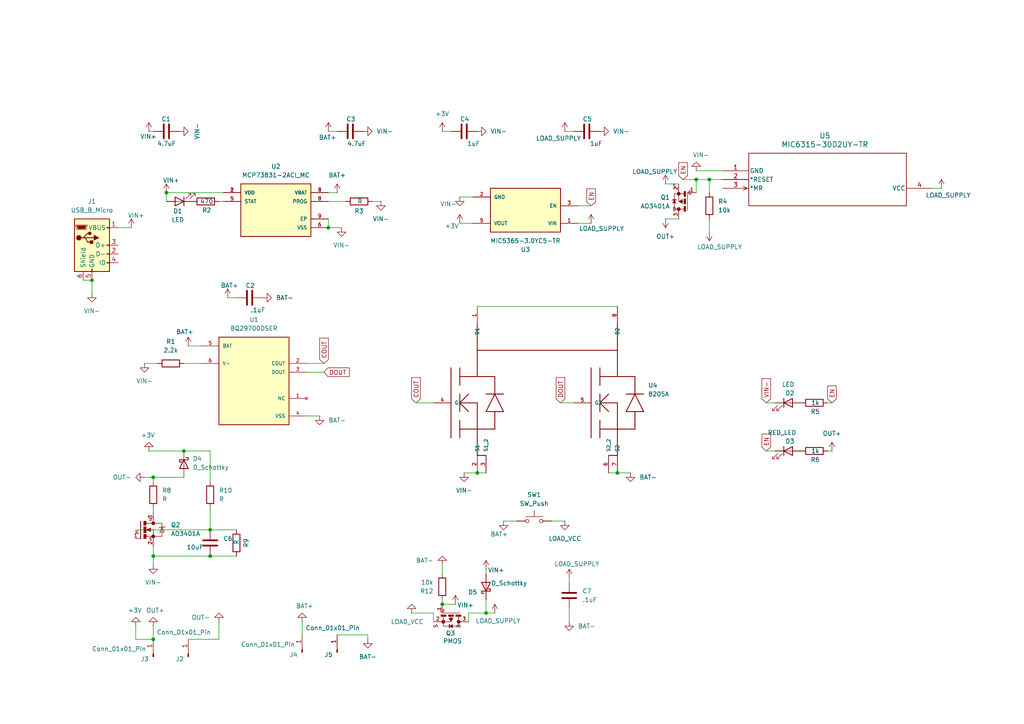
<source format=kicad_sch>
(kicad_sch (version 20231120) (generator "eeschema") (generator_version "8.0")
  (paper "A4")
  (lib_symbols
    (symbol "2025-02-24_21-09-34:MIC6315-30D2UY-TR" (pin_names (offset 0.254))
      (property "Reference" "U" (at 30.48 10.16 0))
      (property "Value" "MIC6315-30D2UY-TR" (at 30.48 7.62 0))
      (symbol "MIC6315-30D2UY-TR_0_1"
        (pin power_in line (at 0 0 0) (length 7.62) (name "GND") (number "1"))
        (pin unspecified line (at 0 -2.54 0) (length 7.62) (name "*RESET") (number "2"))
        (pin input line (at 0 -5.08 0) (length 7.62) (name "*MR") (number "3"))
        (pin power_in line (at 60.96 -5.08 180) (length 7.62) (name "VCC") (number "4"))
      )
    )
    (symbol "8205A:8205A" (pin_names (offset 1.016))
      (property "Reference" "U" (at 0 0 0))
      (property "Value" "8205A" (at 0 0 0))
      (symbol "8205A_0_0"
        (pin bidirectional line (at -17.78 30.48 270) (length 5.08) (name "D1") (number "1"))
        (pin bidirectional line (at -17.78 -17.78 90) (length 5.08) (name "S1") (number "2"))
        (pin bidirectional line (at -15.24 -17.78 90) (length 5.08) (name "S1_2") (number "3"))
        (pin bidirectional line (at -30.48 2.54 0) (length 5.08) (name "G1") (number "4"))
        (pin bidirectional line (at 10.16 2.54 0) (length 5.08) (name "G2") (number "5"))
        (pin bidirectional line (at 20.32 -17.78 90) (length 5.08) (name "S2_2") (number "6"))
        (pin bidirectional line (at 22.86 -17.78 90) (length 5.08) (name "S2") (number "7"))
        (pin bidirectional line (at 22.86 30.48 270) (length 5.08) (name "D2") (number "8"))
      )
    )
    (symbol "AO3401A:AO3401A" (pin_names (offset 1.016))
      (property "Reference" "Q" (at 2.54 0 0))
      (property "Value" "AO3401A" (at 2.54 -2.54 0))
      (symbol "AO3401A_0_0"
        (text "D" (at 0.635 2.8575 0) (effects (font (size 1.016 1.016)) (justify left bottom)))
        (text "G" (at -3.81 -1.905 0) (effects (font (size 1.016 1.016)) (justify left bottom)))
        (text "S" (at 0.635 -3.81 0) (effects (font (size 1.016 1.016)) (justify left bottom)))
        (pin passive line (at -5.08 -2.54 0) (length 2.54) (name "~") (number "1"))
        (pin passive line (at 0 -5.08 90) (length 2.54) (name "~") (number "2"))
        (pin passive line (at 0 5.08 270) (length 2.54) (name "~") (number "3"))
      )
    )
    (symbol "BQ29700DSER:BQ29700DSER" (pin_names (offset 1.016))
      (property "Reference" "U" (at -10.16 13.208 0))
      (property "Value" "BQ29700DSER" (at -10.16 -15.24 0))
      (symbol "BQ29700DSER_0_0"
        (pin no_connect line (at 15.24 -5.08 180) (length 5.08) (name "NC") (number "1"))
        (pin output line (at 15.24 5.08 180) (length 5.08) (name "COUT") (number "2"))
        (pin output line (at 15.24 2.54 180) (length 5.08) (name "DOUT") (number "3"))
        (pin power_in line (at 15.24 -10.16 180) (length 5.08) (name "VSS") (number "4"))
        (pin power_in line (at -15.24 10.16 0) (length 5.08) (name "BAT") (number "5"))
        (pin bidirectional line (at -15.24 5.08 0) (length 5.08) (name "V-") (number "6"))
      )
    )
    (symbol "Connector:Conn_01x01_Pin" (pin_names (offset 1.016) hide)
      (property "Reference" "J" (at 0 2.54 0))
      (property "Value" "Conn_01x01_Pin" (at 0 -2.54 0))
      (symbol "Conn_01x01_Pin_1_1"
        (pin passive line (at 5.08 0 180) (length 3.81) (name "Pin_1") (number "1"))
      )
    )
    (symbol "Connector:USB_B_Micro" (pin_names (offset 1.016))
      (property "Reference" "J" (at -5.08 11.43 0))
      (property "Value" "USB_B_Micro" (at -5.08 8.89 0))
      (symbol "USB_B_Micro_1_1"
        (pin power_out line (at 7.62 5.08 180) (length 2.54) (name "VBUS") (number "1"))
        (pin bidirectional line (at 7.62 -2.54 180) (length 2.54) (name "D-") (number "2"))
        (pin bidirectional line (at 7.62 0 180) (length 2.54) (name "D+") (number "3"))
        (pin passive line (at 7.62 -5.08 180) (length 2.54) (name "ID") (number "4"))
        (pin power_out line (at 0 -10.16 90) (length 2.54) (name "GND") (number "5"))
        (pin passive line (at -2.54 -10.16 90) (length 2.54) (name "Shield") (number "6"))
      )
    )
    (symbol "Device:C" (pin_numbers hide) (pin_names (offset 0.254))
      (property "Reference" "C" (at 0.635 2.54 0))
      (property "Value" "C" (at 0.635 -2.54 0))
      (symbol "C_1_1"
        (pin passive line (at 0 3.81 270) (length 2.794) (name "~") (number "1"))
        (pin passive line (at 0 -3.81 90) (length 2.794) (name "~") (number "2"))
      )
    )
    (symbol "Device:D_Schottky" (pin_numbers hide) (pin_names (offset 1.016) hide)
      (property "Reference" "D" (at 0 2.54 0))
      (property "Value" "D_Schottky" (at 0 -2.54 0))
      (symbol "D_Schottky_1_1"
        (pin passive line (at -3.81 0 0) (length 2.54) (name "K") (number "1"))
        (pin passive line (at 3.81 0 180) (length 2.54) (name "A") (number "2"))
      )
    )
    (symbol "Device:LED" (pin_numbers hide) (pin_names (offset 1.016) hide)
      (property "Reference" "D" (at 0 2.54 0))
      (property "Value" "LED" (at 0 -2.54 0))
      (symbol "LED_1_1"
        (pin passive line (at -3.81 0 0) (length 2.54) (name "K") (number "1"))
        (pin passive line (at 3.81 0 180) (length 2.54) (name "A") (number "2"))
      )
    )
    (symbol "Device:R" (pin_numbers hide) (pin_names (offset 0))
      (property "Reference" "R" (at 2.032 0 90))
      (property "Value" "R" (at 0 0 90))
      (symbol "R_1_1"
        (pin passive line (at 0 3.81 270) (length 1.27) (name "~") (number "1"))
        (pin passive line (at 0 -3.81 90) (length 1.27) (name "~") (number "2"))
      )
    )
    (symbol "IRLML6344:IRLML6344" (pin_names (offset 1.016))
      (property "Reference" "Q" (at 7.62 2.54 0))
      (property "Value" "IRLML6344" (at 7.62 0 0))
      (symbol "IRLML6344_0_0"
        (text "D" (at 1.27 2.54 0) (effects (font (size 0.8128 0.8128)) (justify left bottom)))
        (text "G" (at -2.54 -1.27 0) (effects (font (size 0.8128 0.8128)) (justify left bottom)))
        (text "S" (at 1.27 -3.175 0) (effects (font (size 0.8128 0.8128)) (justify left bottom)))
        (pin passive line (at -2.54 -2.54 0) (length 0) (name "~") (number "1"))
        (pin passive line (at 2.54 -5.08 90) (length 2.54) (name "~") (number "2"))
        (pin passive line (at 2.54 5.08 270) (length 2.54) (name "~") (number "3"))
      )
    )
    (symbol "MCP73831-2ACI_MC:MCP73831-2ACI_MC" (pin_names (offset 1.016))
      (property "Reference" "U" (at -10.16 7.62 0))
      (property "Value" "MCP73831-2ACI_MC" (at -10.16 -10.16 0))
      (symbol "MCP73831-2ACI_MC_0_0"
        (pin power_in line (at -15.24 5.08 0) (length 5.08) (name "VDD") (number "1"))
        (pin power_in line (at -15.24 5.08 0) (length 5.08) (name "VDD") (number "2"))
        (pin output line (at 15.24 5.08 180) (length 5.08) (name "VBAT") (number "3"))
        (pin output line (at 15.24 5.08 180) (length 5.08) (name "VBAT") (number "4"))
        (pin output line (at -15.24 2.54 0) (length 5.08) (name "STAT") (number "5"))
        (pin power_in line (at 15.24 -5.08 180) (length 5.08) (name "VSS") (number "6"))
        (pin input line (at 15.24 2.54 180) (length 5.08) (name "PROG") (number "8"))
        (pin power_in line (at 15.24 -2.54 180) (length 5.08) (name "EP") (number "9"))
      )
    )
    (symbol "MIC5365-3.0YC5-TR:MIC5365-3.0YC5-TR" (pin_names (offset 1.016))
      (property "Reference" "U" (at -10.16 6.35 0))
      (property "Value" "MIC5365-3.0YC5-TR" (at -10.16 -8.89 0))
      (symbol "MIC5365-3.0YC5-TR_0_0"
        (pin input line (at -15.24 2.54 0) (length 5.08) (name "VIN") (number "1"))
        (pin power_in line (at 15.24 -5.08 180) (length 5.08) (name "GND") (number "2"))
        (pin input line (at -15.24 -2.54 0) (length 5.08) (name "EN") (number "3"))
        (pin output line (at 15.24 2.54 180) (length 5.08) (name "VOUT") (number "5"))
      )
    )
    (symbol "Switch:SW_Push" (pin_numbers hide) (pin_names (offset 1.016) hide)
      (property "Reference" "SW" (at 1.27 2.54 0))
      (property "Value" "SW_Push" (at 0 -1.524 0))
      (symbol "SW_Push_0_1"
        (pin passive line (at -5.08 0 0) (length 2.54) (name "1") (number "1"))
        (pin passive line (at 5.08 0 180) (length 2.54) (name "2") (number "2"))
      )
    )
    (symbol "power:+3.3V" (power) (pin_numbers hide) (pin_names (offset 0) hide)
      (property "Value" "+3.3V" (at 0 3.556 0))
      (symbol "+3.3V_1_1"
        (pin power_in line (at 0 0 90) (length 0) (name "~") (number "1"))
      )
    )
    (symbol "power:GND" (power) (pin_numbers hide) (pin_names (offset 0) hide)
      (property "Value" "GND" (at 0 -3.81 0))
      (symbol "GND_1_1"
        (pin power_in line (at 0 0 270) (length 0) (name "~") (number "1"))
      )
    )
  )
  (junction (at 60.96 153.67))
  (junction (at 26.67 81.28))
  (junction (at 44.45 185.42))
  (junction (at 48.26 55.88))
  (junction (at 44.45 161.29))
  (junction (at 140.97 177.8))
  (junction (at 44.45 138.43))
  (junction (at 128.27 175.26))
  (junction (at 60.96 161.29))
  (junction (at 53.34 130.81))
  (junction (at 95.25 66.04))
  (junction (at 201.93 52.07))
  (junction (at 138.43 137.16))
  (junction (at 205.74 52.07))
  (junction (at 179.07 137.16))
  (wire (pts (xy 44.45 138.43) (xy 53.34 138.43)))
  (wire (pts (xy 135.89 177.8) (xy 135.89 180.34)))
  (wire (pts (xy 205.74 63.5) (xy 205.74 67.31)))
  (wire (pts (xy 165.1 167.64) (xy 165.1 168.91)))
  (wire (pts (xy 63.5 185.42) (xy 63.5 180.34)))
  (wire (pts (xy 134.62 137.16) (xy 138.43 137.16)))
  (wire (pts (xy 128.27 38.1) (xy 130.81 38.1)))
  (wire (pts (xy 201.93 55.88) (xy 201.93 52.07)))
  (wire (pts (xy 205.74 52.07) (xy 205.74 55.88)))
  (wire (pts (xy 222.25 130.81) (xy 224.79 130.81)))
  (wire (pts (xy 140.97 165.1) (xy 140.97 166.37)))
  (wire (pts (xy 146.05 151.13) (xy 149.86 151.13)))
  (wire (pts (xy 48.26 55.88) (xy 64.77 55.88)))
  (wire (pts (xy 240.03 116.84) (xy 241.3 116.84)))
  (wire (pts (xy 107.95 58.42) (xy 110.49 58.42)))
  (wire (pts (xy 39.37 153.67) (xy 39.37 156.21)))
  (wire (pts (xy 93.98 105.41) (xy 88.9 105.41)))
  (wire (pts (xy 222.25 116.84) (xy 224.79 116.84)))
  (wire (pts (xy 201.93 52.07) (xy 205.74 52.07)))
  (wire (pts (xy 48.26 55.88) (xy 48.26 58.42)))
  (wire (pts (xy 160.02 151.13) (xy 163.83 151.13)))
  (wire (pts (xy 128.27 166.37) (xy 128.27 163.83)))
  (wire (pts (xy 60.96 153.67) (xy 68.58 153.67)))
  (wire (pts (xy 201.93 49.53) (xy 209.55 49.53)))
  (wire (pts (xy 95.25 63.5) (xy 95.25 66.04)))
  (wire (pts (xy 240.03 130.81) (xy 241.3 130.81)))
  (wire (pts (xy 43.18 130.81) (xy 53.34 130.81)))
  (wire (pts (xy 63.5 58.42) (xy 64.77 58.42)))
  (wire (pts (xy 88.9 120.65) (xy 92.71 120.65)))
  (wire (pts (xy 44.45 147.32) (xy 44.45 148.59)))
  (wire (pts (xy 63.5 185.42) (xy 54.61 185.42)))
  (wire (pts (xy 95.25 58.42) (xy 100.33 58.42)))
  (wire (pts (xy 209.55 52.07) (xy 205.74 52.07)))
  (wire (pts (xy 60.96 130.81) (xy 60.96 139.7)))
  (wire (pts (xy 137.16 57.15) (xy 133.35 57.15)))
  (wire (pts (xy 270.51 54.61) (xy 273.05 54.61)))
  (wire (pts (xy 53.34 130.81) (xy 60.96 130.81)))
  (wire (pts (xy 41.91 138.43) (xy 44.45 138.43)))
  (wire (pts (xy 41.91 105.41) (xy 45.72 105.41)))
  (wire (pts (xy 106.68 184.15) (xy 97.79 184.15)))
  (wire (pts (xy 44.45 185.42) (xy 39.37 185.42)))
  (wire (pts (xy 44.45 185.42) (xy 44.45 181.61)))
  (wire (pts (xy 167.64 59.69) (xy 171.45 59.69)))
  (wire (pts (xy 138.43 137.16) (xy 140.97 137.16)))
  (wire (pts (xy 24.13 81.28) (xy 26.67 81.28)))
  (wire (pts (xy 193.04 63.5) (xy 196.85 63.5)))
  (wire (pts (xy 34.29 66.04) (xy 38.1 66.04)))
  (wire (pts (xy 44.45 158.75) (xy 44.45 161.29)))
  (wire (pts (xy 171.45 64.77) (xy 167.64 64.77)))
  (wire (pts (xy 106.68 184.15) (xy 106.68 185.42)))
  (wire (pts (xy 87.63 184.15) (xy 87.63 180.34)))
  (wire (pts (xy 43.18 38.1) (xy 44.45 38.1)))
  (wire (pts (xy 60.96 161.29) (xy 68.58 161.29)))
  (wire (pts (xy 66.04 86.36) (xy 68.58 86.36)))
  (wire (pts (xy 140.97 173.99) (xy 140.97 177.8)))
  (wire (pts (xy 39.37 185.42) (xy 39.37 181.61)))
  (wire (pts (xy 95.25 66.04) (xy 99.06 66.04)))
  (wire (pts (xy 162.56 116.84) (xy 166.37 116.84)))
  (wire (pts (xy 60.96 147.32) (xy 60.96 153.67)))
  (wire (pts (xy 135.89 177.8) (xy 140.97 177.8)))
  (wire (pts (xy 119.38 177.8) (xy 125.73 177.8)))
  (wire (pts (xy 163.83 38.1) (xy 166.37 38.1)))
  (wire (pts (xy 128.27 175.26) (xy 132.08 175.26)))
  (wire (pts (xy 125.73 177.8) (xy 125.73 180.34)))
  (wire (pts (xy 137.16 64.77) (xy 133.35 64.77)))
  (wire (pts (xy 128.27 175.26) (xy 128.27 173.99)))
  (wire (pts (xy 39.37 153.67) (xy 60.96 153.67)))
  (wire (pts (xy 165.1 176.53) (xy 165.1 180.34)))
  (wire (pts (xy 97.79 55.88) (xy 95.25 55.88)))
  (wire (pts (xy 44.45 161.29) (xy 44.45 163.83)))
  (wire (pts (xy 26.67 81.28) (xy 26.67 85.09)))
  (wire (pts (xy 44.45 161.29) (xy 60.96 161.29)))
  (wire (pts (xy 198.12 52.07) (xy 201.93 52.07)))
  (wire (pts (xy 193.04 53.34) (xy 196.85 53.34)))
  (wire (pts (xy 176.53 137.16) (xy 179.07 137.16)))
  (wire (pts (xy 53.34 105.41) (xy 58.42 105.41)))
  (wire (pts (xy 143.51 177.8) (xy 140.97 177.8)))
  (wire (pts (xy 54.61 100.33) (xy 58.42 100.33)))
  (wire (pts (xy 44.45 138.43) (xy 44.45 139.7)))
  (wire (pts (xy 179.07 137.16) (xy 182.88 137.16)))
  (wire (pts (xy 120.65 116.84) (xy 125.73 116.84)))
  (wire (pts (xy 95.25 38.1) (xy 97.79 38.1)))
  (wire (pts (xy 138.43 88.9) (xy 179.07 88.9)))
  (wire (pts (xy 93.98 107.95) (xy 88.9 107.95)))
  (global_label "DOUT" (shape input) (at 162.56 116.84 90) (property "Intersheetrefs" "${INTERSHEET_REFS}" (effects (hide yes))))
  (global_label "EN" (shape input) (at 241.3 116.84 90) (property "Intersheetrefs" "${INTERSHEET_REFS}" (effects (hide yes))))
  (global_label "COUT" (shape input) (at 120.65 116.84 90) (property "Intersheetrefs" "${INTERSHEET_REFS}" (effects (hide yes))))
  (global_label "EN" (shape input) (at 171.45 59.69 90) (property "Intersheetrefs" "${INTERSHEET_REFS}" (effects (hide yes))))
  (global_label "COUT" (shape input) (at 93.98 105.41 90) (property "Intersheetrefs" "${INTERSHEET_REFS}" (effects (hide yes))))
  (global_label "DOUT" (shape input) (at 93.98 107.95 0) (property "Intersheetrefs" "${INTERSHEET_REFS}" (effects (hide yes))))
  (global_label "EN" (shape input) (at 198.12 52.07 90) (property "Intersheetrefs" "${INTERSHEET_REFS}" (effects (hide yes))))
  (global_label "EN" (shape input) (at 222.25 130.81 90) (property "Intersheetrefs" "${INTERSHEET_REFS}" (effects (hide yes))))
  (global_label "VIN-" (shape input) (at 222.25 116.84 90) (property "Intersheetrefs" "${INTERSHEET_REFS}" (effects (hide yes))))
  (symbol (lib_id "MCP73831-2ACI_MC:MCP73831-2ACI_MC") (at 80.01 60.96 0) (unit 1)
    (property "Reference" "U2" (at 80.01 48.26 0))
    (property "Value" "MCP73831-2ACI_MC" (at 80.01 50.8 0))
    (property "Footprint" "MCP73831-2ACI_MC:SON50P200X300X100-9N" (effects (hide yes)))
    (property "MF" "Microchip" (effects (hide yes)))
    (property "Description_1" "\n                        \n                            Charge Controller Li-Ion/Li-Pol 15mA to 500mA 4.2V 8-Pin DFN EP | Microchip Technology Inc. MCP73831-2ACI/MC\n                        \n" (effects (hide yes)))
    (property "Package" "VFDFN-8 Microchip" (effects (hide yes)))
    (property "Price" "None" (effects (hide yes)))
    (property "Check_prices" "https://www.snapeda.com/parts/MCP73831-2ACI/MC/Microchip/view-part/?ref=eda" (effects (hide yes)))
    (property "STANDARD" "IPC 7351B" (effects (hide yes)))
    (property "PARTREV" "G" (effects (hide yes)))
    (property "SnapEDA_Link" "https://www.snapeda.com/parts/MCP73831-2ACI/MC/Microchip/view-part/?ref=snap" (effects (hide yes)))
    (property "MP" "MCP73831-2ACI/MC" (effects (hide yes)))
    (property "Availability" "In Stock" (effects (hide yes)))
    (property "MANUFACTURER" "MICROCHIP" (effects (hide yes)))
  )
  (symbol (lib_id "Device:C") (at 60.96 157.48 0) (unit 1)
    (property "Reference" "C6" (at 64.77 156.2099 0) (effects (justify left)))
    (property "Value" "10uF" (at 54.102 158.75 0) (effects (justify left)))
    (property "Footprint" "Capacitor_SMD:C_0603_1608Metric" (effects (hide yes)))
    (property "Description" "Unpolarized capacitor" (effects (hide yes)))
  )
  (symbol (lib_id "power:+3.3V") (at 193.04 53.34 0) (unit 1)
    (property "Reference" "#PWR034" (effects (hide yes)))
    (property "Value" "LOAD_SUPPLY" (at 183.388 49.784 0) (effects (justify left)))
    (property "Description" "Power symbol creates a global label with name \"+3.3V\"" (effects (hide yes)))
  )
  (symbol (lib_id "power:GND") (at 133.35 57.15 0) (unit 1)
    (property "Reference" "#PWR023" (effects (hide yes)))
    (property "Value" "VIN-" (at 130.048 59.182 0))
    (property "Description" "Power symbol creates a global label with name \"GND\" , ground" (effects (hide yes)))
  )
  (symbol (lib_id "power:GND") (at 134.62 137.16 0) (unit 1)
    (property "Reference" "#PWR025" (effects (hide yes)))
    (property "Value" "VIN-" (at 134.62 142.24 0))
    (property "Description" "Power symbol creates a global label with name \"GND\" , ground" (effects (hide yes)))
  )
  (symbol (lib_id "power:GND") (at 106.68 185.42 0) (unit 1)
    (property "Reference" "#PWR022" (effects (hide yes)))
    (property "Value" "BAT-" (at 106.68 190.5 0))
    (property "Description" "Power symbol creates a global label with name \"GND\" , ground" (effects (hide yes)))
  )
  (symbol (lib_id "Device:C") (at 170.18 38.1 270) (unit 1)
    (property "Reference" "C5" (at 171.704 34.544 90) (effects (justify right)))
    (property "Value" "1uF" (at 174.752 41.656 90) (effects (justify right)))
    (property "Footprint" "Capacitor_SMD:C_0402_1005Metric_Pad0.74x0.62mm_HandSolder" (effects (hide yes)))
    (property "Description" "Unpolarized capacitor" (effects (hide yes)))
  )
  (symbol (lib_id "Device:LED") (at 228.6 116.84 0) (unit 1)
    (property "Reference" "D2" (at 229.108 114.046 0))
    (property "Value" "LED" (at 228.6 111.506 0))
    (property "Footprint" "LED_SMD:LED_0402_1005Metric_Pad0.77x0.64mm_HandSolder" (effects (hide yes)))
    (property "Description" "Light emitting diode" (effects (hide yes)))
  )
  (symbol (lib_id "power:+3.3V") (at 133.35 64.77 0) (unit 1)
    (property "Reference" "#PWR024" (effects (hide yes)))
    (property "Value" "+3V" (at 131.064 65.532 0))
    (property "Description" "Power symbol creates a global label with name \"+3.3V\"" (effects (hide yes)))
  )
  (symbol (lib_id "AO3401A:AO3401A") (at 196.85 58.42 180) (unit 1)
    (property "Reference" "Q1" (at 194.31 57.2534 0) (effects (justify left)))
    (property "Value" "AO3401A" (at 194.31 59.7934 0) (effects (justify left)))
    (property "Footprint" "AO3401A:SOT23" (effects (hide yes)))
    (property "MF" "Alpha & Omega Semiconductor" (effects (hide yes)))
    (property "Description_1" "\n                        \n                            P-Channel 30 V 4A (Ta) 1.4W (Ta) Surface Mount SOT-23-3\n                        \n" (effects (hide yes)))
    (property "Package" "SOT-23 Alpha &amp; Omega Semiconductor" (effects (hide yes)))
    (property "Price" "None" (effects (hide yes)))
    (property "SnapEDA_Link" "https://www.snapeda.com/parts/AO3401A/Alpha/view-part/?ref=snap" (effects (hide yes)))
    (property "MP" "AO3401A" (effects (hide yes)))
    (property "Availability" "In Stock" (effects (hide yes)))
    (property "Check_prices" "https://www.snapeda.com/parts/AO3401A/Alpha/view-part/?ref=eda" (effects (hide yes)))
  )
  (symbol (lib_id "power:+3.3V") (at 128.27 38.1 0) (unit 1)
    (property "Reference" "#PWR021" (effects (hide yes)))
    (property "Value" "+3V" (at 128.27 33.02 0))
    (property "Description" "Power symbol creates a global label with name \"+3.3V\"" (effects (hide yes)))
  )
  (symbol (lib_id "power:+3.3V") (at 163.83 38.1 0) (unit 1)
    (property "Reference" "#PWR028" (effects (hide yes)))
    (property "Value" "LOAD_SUPPLY" (at 155.448 40.132 0) (effects (justify left)))
    (property "Description" "Power symbol creates a global label with name \"+3.3V\"" (effects (hide yes)))
  )
  (symbol (lib_id "Device:R") (at 128.27 170.18 180) (unit 1)
    (property "Reference" "R12" (at 125.73 171.4501 0) (effects (justify left)))
    (property "Value" "10k" (at 125.73 168.9101 0) (effects (justify left)))
    (property "Footprint" "Resistor_SMD:R_0402_1005Metric" (effects (hide yes)))
    (property "Description" "Resistor" (effects (hide yes)))
  )
  (symbol (lib_id "power:+3.3V") (at 66.04 86.36 0) (unit 1)
    (property "Reference" "#PWR08" (effects (hide yes)))
    (property "Value" "BAT+" (at 64.008 82.804 0) (effects (justify left)))
    (property "Description" "Power symbol creates a global label with name \"+3.3V\"" (effects (hide yes)))
  )
  (symbol (lib_id "power:+3.3V") (at 241.3 130.81 0) (unit 1)
    (property "Reference" "#PWR040" (effects (hide yes)))
    (property "Value" "OUT+" (at 241.3 125.73 0))
    (property "Description" "Power symbol creates a global label with name \"+3.3V\"" (effects (hide yes)))
  )
  (symbol (lib_id "power:+3.3V") (at 95.25 38.1 0) (unit 1)
    (property "Reference" "#PWR012" (effects (hide yes)))
    (property "Value" "BAT+" (at 92.456 39.878 0) (effects (justify left)))
    (property "Description" "Power symbol creates a global label with name \"+3.3V\"" (effects (hide yes)))
  )
  (symbol (lib_id "power:+3.3V") (at 273.05 54.61 0) (unit 1)
    (property "Reference" "#PWR041" (effects (hide yes)))
    (property "Value" "LOAD_SUPPLY" (at 268.478 56.642 0) (effects (justify left)))
    (property "Description" "Power symbol creates a global label with name \"+3.3V\"" (effects (hide yes)))
  )
  (symbol (lib_id "power:+3.3V") (at 132.08 175.26 0) (unit 1)
    (property "Reference" "#PWR045" (effects (hide yes)))
    (property "Value" "VIN+" (at 132.588 175.514 0) (effects (justify left)))
    (property "Description" "Power symbol creates a global label with name \"+3.3V\"" (effects (hide yes)))
  )
  (symbol (lib_id "power:GND") (at 26.67 85.09 0) (unit 1)
    (property "Reference" "#PWR01" (effects (hide yes)))
    (property "Value" "VIN-" (at 26.67 90.17 0))
    (property "Description" "Power symbol creates a global label with name \"GND\" , ground" (effects (hide yes)))
  )
  (symbol (lib_id "power:+3.3V") (at 205.74 67.31 180) (unit 1)
    (property "Reference" "#PWR037" (effects (hide yes)))
    (property "Value" "LOAD_SUPPLY" (at 202.184 71.628 0) (effects (justify right)))
    (property "Description" "Power symbol creates a global label with name \"+3.3V\"" (effects (hide yes)))
  )
  (symbol (lib_id "Connector:Conn_01x01_Pin") (at 44.45 190.5 90) (unit 1)
    (property "Reference" "J3" (at 43.18 191.1351 90) (effects (justify left)))
    (property "Value" "Conn_01x01_Pin" (at 42.418 188.214 90) (effects (justify left)))
    (property "Footprint" "Connector_PinHeader_1.27mm:PinHeader_1x01_P1.27mm_Vertical" (effects (hide yes)))
    (property "Description" "Generic connector, single row, 01x01, script generated" (effects (hide yes)))
  )
  (symbol (lib_id "power:GND") (at 76.2 86.36 90) (unit 1)
    (property "Reference" "#PWR09" (effects (hide yes)))
    (property "Value" "BAT-" (at 80.01 86.3599 90) (effects (justify right)))
    (property "Description" "Power symbol creates a global label with name \"GND\" , ground" (effects (hide yes)))
  )
  (symbol (lib_id "AO3401A:AO3401A") (at 130.81 180.34 270) (unit 1)
    (property "Reference" "Q3" (at 129.286 183.642 90) (effects (justify left)))
    (property "Value" "PMOS" (at 128.524 185.928 90) (effects (justify left)))
    (property "Footprint" "AO3401A:SOT23" (effects (hide yes)))
    (property "Datasheet" "https://ngspice.sourceforge.io/docs/ngspice-html-manual/manual.xhtml#cha_MOSFETs" (effects (hide yes)))
    (property "Description" "P-MOSFET transistor, drain/source/gate" (effects (hide yes)))
    (property "Sim.Device" "PMOS" (effects (hide yes)))
    (property "Sim.Type" "VDMOS" (effects (hide yes)))
    (property "Sim.Pins" "1=D 2=G 3=S" (effects (hide yes)))
    (property "MF" "Alpha & Omega Semiconductor" (effects (hide yes)))
    (property "Description_1" "\n                        \n                            P-Channel 30 V 4A (Ta) 1.4W (Ta) Surface Mount SOT-23-3\n                        \n" (effects (hide yes)))
    (property "Package" "SOT-23 Alpha &amp; Omega Semiconductor" (effects (hide yes)))
    (property "Price" "None" (effects (hide yes)))
    (property "SnapEDA_Link" "https://www.snapeda.com/parts/AO3401A/Alpha/view-part/?ref=snap" (effects (hide yes)))
    (property "MP" "AO3401A" (effects (hide yes)))
    (property "Availability" "In Stock" (effects (hide yes)))
    (property "Check_prices" "https://www.snapeda.com/parts/AO3401A/Alpha/view-part/?ref=eda" (effects (hide yes)))
  )
  (symbol (lib_id "Connector:USB_B_Micro") (at 26.67 71.12 0) (unit 1)
    (property "Reference" "J1" (at 26.67 58.42 0))
    (property "Value" "USB_B_Micro" (at 26.67 60.96 0))
    (property "Footprint" "USB_MICRO-B:USB-Micro-B_U-D-M7DS-G-1" (effects (hide yes)))
    (property "Description" "USB Micro Type B connector" (effects (hide yes)))
  )
  (symbol (lib_id "Device:C") (at 134.62 38.1 270) (unit 1)
    (property "Reference" "C4" (at 136.144 34.544 90) (effects (justify right)))
    (property "Value" "1uF" (at 139.192 41.656 90) (effects (justify right)))
    (property "Footprint" "Capacitor_SMD:C_0402_1005Metric_Pad0.74x0.62mm_HandSolder" (effects (hide yes)))
    (property "Description" "Unpolarized capacitor" (effects (hide yes)))
  )
  (symbol (lib_id "Device:R") (at 59.69 58.42 90) (unit 1)
    (property "Reference" "R2" (at 59.944 60.96 90))
    (property "Value" "470" (at 59.944 58.42 90))
    (property "Footprint" "Resistor_SMD:R_0402_1005Metric_Pad0.72x0.64mm_HandSolder" (effects (hide yes)))
    (property "Description" "Resistor" (effects (hide yes)))
  )
  (symbol (lib_id "Connector:Conn_01x01_Pin") (at 87.63 189.23 90) (unit 1)
    (property "Reference" "J4" (at 86.36 189.8651 90) (effects (justify left)))
    (property "Value" "Conn_01x01_Pin" (at 85.598 186.944 90) (effects (justify left)))
    (property "Footprint" "Connector_PinHeader_1.27mm:PinHeader_1x01_P1.27mm_Vertical" (effects (hide yes)))
    (property "Description" "Generic connector, single row, 01x01, script generated" (effects (hide yes)))
  )
  (symbol (lib_id "power:GND") (at 165.1 180.34 0) (unit 1)
    (property "Reference" "#PWR048" (effects (hide yes)))
    (property "Value" "BAT-" (at 167.64 181.6099 0) (effects (justify left)))
    (property "Description" "Power symbol creates a global label with name \"GND\" , ground" (effects (hide yes)))
  )
  (symbol (lib_id "power:GND") (at 99.06 66.04 0) (unit 1)
    (property "Reference" "#PWR015" (effects (hide yes)))
    (property "Value" "VIN-" (at 99.06 71.12 0))
    (property "Description" "Power symbol creates a global label with name \"GND\" , ground" (effects (hide yes)))
  )
  (symbol (lib_id "power:GND") (at 105.41 38.1 90) (unit 1)
    (property "Reference" "#PWR017" (effects (hide yes)))
    (property "Value" "VIN-" (at 109.22 38.0999 90) (effects (justify right)))
    (property "Description" "Power symbol creates a global label with name \"GND\" , ground" (effects (hide yes)))
  )
  (symbol (lib_id "power:GND") (at 87.63 180.34 180) (unit 1)
    (property "Reference" "#PWR019" (effects (hide yes)))
    (property "Value" "BAT+" (at 90.932 175.768 0) (effects (justify left)))
    (property "Description" "Power symbol creates a global label with name \"GND\" , ground" (effects (hide yes)))
  )
  (symbol (lib_id "Device:R") (at 44.45 143.51 180) (unit 1)
    (property "Reference" "R8" (at 46.99 142.2399 0) (effects (justify right)))
    (property "Value" "R" (at 46.99 144.7799 0) (effects (justify right)))
    (property "Footprint" "Resistor_SMD:R_0402_1005Metric" (effects (hide yes)))
    (property "Description" "Resistor" (effects (hide yes)))
  )
  (symbol (lib_id "IRLML6344:IRLML6344") (at 41.91 153.67 0) (unit 1)
    (property "Reference" "Q2" (at 49.53 152.2536 0) (effects (justify left)))
    (property "Value" "AO3401A" (at 49.53 154.7936 0) (effects (justify left)))
    (property "Footprint" "IRLML6344:SOT23" (effects (hide yes)))
    (property "Datasheet" "https://ngspice.sourceforge.io/docs/ngspice-html-manual/manual.xhtml#cha_MOSFETs" (effects (hide yes)))
    (property "Description" "N-MOSFET transistor, drain/source/gate" (effects (hide yes)))
    (property "Sim.Device" "NMOS" (effects (hide yes)))
    (property "Sim.Type" "VDMOS" (effects (hide yes)))
    (property "Sim.Pins" "1=D 2=G 3=S" (effects (hide yes)))
    (property "MF" "Infineon Technologies" (effects (hide yes)))
    (property "MAXIMUM_PACKAGE_HEIGHT" "1.11 mm" (effects (hide yes)))
    (property "Package" "None" (effects (hide yes)))
    (property "Price" "None" (effects (hide yes)))
    (property "Check_prices" "https://www.snapeda.com/parts/IRLML6344/Infineon/view-part/?ref=eda" (effects (hide yes)))
    (property "STANDARD" "IPC 7351B" (effects (hide yes)))
    (property "PARTREV" "30 Jan 2018" (effects (hide yes)))
    (property "SnapEDA_Link" "https://www.snapeda.com/parts/IRLML6344/Infineon/view-part/?ref=snap" (effects (hide yes)))
    (property "MP" "IRLML6344" (effects (hide yes)))
    (property "Description_1" "\n                        \n                            Trans MOSFET N-CH 30V 5A 3-Pin SOT-23 T/R\n                        \n" (effects (hide yes)))
    (property "Availability" "Not in stock" (effects (hide yes)))
    (property "MANUFACTURER" "ON Semiconductor" (effects (hide yes)))
  )
  (symbol (lib_id "power:+3.3V") (at 171.45 64.77 0) (unit 1)
    (property "Reference" "#PWR031" (effects (hide yes)))
    (property "Value" "LOAD_SUPPLY" (at 174.498 66.294 0))
    (property "Description" "Power symbol creates a global label with name \"+3.3V\"" (effects (hide yes)))
  )
  (symbol (lib_id "power:GND") (at 92.71 120.65 0) (unit 1)
    (property "Reference" "#PWR011" (effects (hide yes)))
    (property "Value" "BAT-" (at 95.25 121.9199 0) (effects (justify left)))
    (property "Description" "Power symbol creates a global label with name \"GND\" , ground" (effects (hide yes)))
  )
  (symbol (lib_id "Device:C") (at 48.26 38.1 270) (unit 1)
    (property "Reference" "C1" (at 49.53 34.544 90) (effects (justify right)))
    (property "Value" "4.7uF" (at 51.054 41.656 90) (effects (justify right)))
    (property "Footprint" "Capacitor_SMD:C_0402_1005Metric_Pad0.74x0.62mm_HandSolder" (effects (hide yes)))
    (property "Description" "Unpolarized capacitor" (effects (hide yes)))
  )
  (symbol (lib_id "Device:D_Schottky") (at 53.34 134.62 270) (unit 1)
    (property "Reference" "D4" (at 55.88 133.0324 90) (effects (justify left)))
    (property "Value" "D_Schottky" (at 55.88 135.5724 90) (effects (justify left)))
    (property "Footprint" "Diode_SMD:D_SMA" (effects (hide yes)))
    (property "Description" "Schottky diode" (effects (hide yes)))
  )
  (symbol (lib_id "Device:R") (at 236.22 130.81 90) (unit 1)
    (property "Reference" "R6" (at 236.474 133.35 90))
    (property "Value" "1k" (at 236.474 130.81 90))
    (property "Footprint" "Resistor_SMD:R_0402_1005Metric_Pad0.72x0.64mm_HandSolder" (effects (hide yes)))
    (property "Description" "Resistor" (effects (hide yes)))
  )
  (symbol (lib_id "power:+3.3V") (at 97.79 55.88 0) (unit 1)
    (property "Reference" "#PWR013" (effects (hide yes)))
    (property "Value" "BAT+" (at 97.79 50.8 0))
    (property "Description" "Power symbol creates a global label with name \"+3.3V\"" (effects (hide yes)))
  )
  (symbol (lib_id "power:+3.3V") (at 43.18 38.1 0) (unit 1)
    (property "Reference" "#PWR04" (effects (hide yes)))
    (property "Value" "VIN+" (at 40.64 39.624 0) (effects (justify left)))
    (property "Description" "Power symbol creates a global label with name \"+3.3V\"" (effects (hide yes)))
  )
  (symbol (lib_id "power:+3.3V") (at 143.51 177.8 0) (unit 1)
    (property "Reference" "#PWR050" (effects (hide yes)))
    (property "Value" "LOAD_SUPPLY" (at 137.922 180.086 0) (effects (justify left)))
    (property "Description" "Power symbol creates a global label with name \"+3.3V\"" (effects (hide yes)))
  )
  (symbol (lib_id "power:GND") (at 146.05 151.13 0) (unit 1)
    (property "Reference" "#PWR016" (effects (hide yes)))
    (property "Value" "BAT+" (at 142.24 154.94 0) (effects (justify left)))
    (property "Description" "Power symbol creates a global label with name \"GND\" , ground" (effects (hide yes)))
  )
  (symbol (lib_id "Device:C") (at 165.1 172.72 0) (unit 1)
    (property "Reference" "C7" (at 168.91 171.4499 0) (effects (justify left)))
    (property "Value" ".1uF" (at 168.91 173.9899 0) (effects (justify left)))
    (property "Footprint" "Capacitor_SMD:C_0402_1005Metric_Pad0.74x0.62mm_HandSolder" (effects (hide yes)))
    (property "Description" "Unpolarized capacitor" (effects (hide yes)))
  )
  (symbol (lib_id "power:GND") (at 119.38 177.8 180) (unit 1)
    (property "Reference" "#PWR047" (effects (hide yes)))
    (property "Value" "LOAD_VCC" (at 118.11 180.34 0))
    (property "Description" "Power symbol creates a global label with name \"GND\" , ground" (effects (hide yes)))
  )
  (symbol (lib_id "power:GND") (at 43.18 130.81 180) (unit 1)
    (property "Reference" "#PWR010" (effects (hide yes)))
    (property "Value" "+3V" (at 42.926 126.238 0))
    (property "Description" "Power symbol creates a global label with name \"GND\" , ground" (effects (hide yes)))
  )
  (symbol (lib_id "Device:R") (at 104.14 58.42 90) (unit 1)
    (property "Reference" "R3" (at 104.14 61.214 90))
    (property "Value" "R" (at 104.394 58.42 90))
    (property "Footprint" "Resistor_SMD:R_0402_1005Metric_Pad0.72x0.64mm_HandSolder" (effects (hide yes)))
    (property "Description" "Resistor" (effects (hide yes)))
  )
  (symbol (lib_id "power:GND") (at 110.49 58.42 0) (unit 1)
    (property "Reference" "#PWR018" (effects (hide yes)))
    (property "Value" "VIN-" (at 110.49 63.5 0))
    (property "Description" "Power symbol creates a global label with name \"GND\" , ground" (effects (hide yes)))
  )
  (symbol (lib_id "Device:C") (at 101.6 38.1 270) (unit 1)
    (property "Reference" "C3" (at 103.124 34.544 90) (effects (justify right)))
    (property "Value" "4.7uF" (at 106.172 41.656 90) (effects (justify right)))
    (property "Footprint" "Capacitor_SMD:C_0402_1005Metric_Pad0.74x0.62mm_HandSolder" (effects (hide yes)))
    (property "Description" "Unpolarized capacitor" (effects (hide yes)))
  )
  (symbol (lib_id "power:GND") (at 41.91 138.43 270) (unit 1)
    (property "Reference" "#PWR043" (effects (hide yes)))
    (property "Value" "OUT-" (at 38.1 138.4299 90) (effects (justify right)))
    (property "Description" "Power symbol creates a global label with name \"GND\" , ground" (effects (hide yes)))
  )
  (symbol (lib_id "Device:R") (at 60.96 143.51 0) (unit 1)
    (property "Reference" "R10" (at 63.5 142.2399 0) (effects (justify left)))
    (property "Value" "R" (at 63.5 144.7799 0) (effects (justify left)))
    (property "Footprint" "Resistor_SMD:R_0402_1005Metric" (effects (hide yes)))
    (property "Description" "Resistor" (effects (hide yes)))
  )
  (symbol (lib_id "power:GND") (at 138.43 38.1 90) (unit 1)
    (property "Reference" "#PWR026" (effects (hide yes)))
    (property "Value" "VIN-" (at 142.24 38.0999 90) (effects (justify right)))
    (property "Description" "Power symbol creates a global label with name \"GND\" , ground" (effects (hide yes)))
  )
  (symbol (lib_id "MIC5365-3.0YC5-TR:MIC5365-3.0YC5-TR") (at 152.4 62.23 180) (unit 1)
    (property "Reference" "U3" (at 152.4 72.39 0))
    (property "Value" "MIC5365-3.0YC5-TR" (at 152.4 69.85 0))
    (property "Footprint" "MIC5365-3.0YC5-TR:SOT65P210X110-5N" (effects (hide yes)))
    (property "MF" "Microchip" (effects (hide yes)))
    (property "MAXIMUM_PACKAGE_HEIGHT" "1.10mm" (effects (hide yes)))
    (property "Package" "SC-70-5 Microchip" (effects (hide yes)))
    (property "Price" "None" (effects (hide yes)))
    (property "Check_prices" "https://www.snapeda.com/parts/MIC5365-3.0YC5-TR/Microchip/view-part/?ref=eda" (effects (hide yes)))
    (property "STANDARD" "IPC 7351B" (effects (hide yes)))
    (property "PARTREV" "3.1 - July 16, 2013" (effects (hide yes)))
    (property "SnapEDA_Link" "https://www.snapeda.com/parts/MIC5365-3.0YC5-TR/Microchip/view-part/?ref=snap" (effects (hide yes)))
    (property "MP" "MIC5365-3.0YC5-TR" (effects (hide yes)))
    (property "Description_1" "\n                        \n                            Linear Voltage Regulator IC Positive Fixed 1 Output  150mA SC-70-5\n                        \n" (effects (hide yes)))
    (property "Availability" "In Stock" (effects (hide yes)))
    (property "MANUFACTURER" "Micrel" (effects (hide yes)))
  )
  (symbol (lib_id "Device:R") (at 49.53 105.41 90) (unit 1)
    (property "Reference" "R1" (at 49.53 99.06 90))
    (property "Value" "2.2k" (at 49.53 101.6 90))
    (property "Footprint" "Resistor_SMD:R_0402_1005Metric_Pad0.72x0.64mm_HandSolder" (effects (hide yes)))
    (property "Description" "Resistor" (effects (hide yes)))
  )
  (symbol (lib_id "Device:R") (at 68.58 157.48 180) (unit 1)
    (property "Reference" "R9" (at 71.374 157.48 90))
    (property "Value" "R" (at 68.58 157.226 90))
    (property "Footprint" "Resistor_SMD:R_0402_1005Metric_Pad0.72x0.64mm_HandSolder" (effects (hide yes)))
    (property "Description" "Resistor" (effects (hide yes)))
  )
  (symbol (lib_id "power:GND") (at 44.45 163.83 0) (unit 1)
    (property "Reference" "#PWR042" (effects (hide yes)))
    (property "Value" "VIN-" (at 44.45 168.91 0))
    (property "Description" "Power symbol creates a global label with name \"GND\" , ground" (effects (hide yes)))
  )
  (symbol (lib_id "power:GND") (at 128.27 163.83 180) (unit 1)
    (property "Reference" "#PWR046" (effects (hide yes)))
    (property "Value" "BAT-" (at 125.73 162.5601 0) (effects (justify left)))
    (property "Description" "Power symbol creates a global label with name \"GND\" , ground" (effects (hide yes)))
  )
  (symbol (lib_id "power:GND") (at 163.83 151.13 0) (unit 1)
    (property "Reference" "#PWR020" (effects (hide yes)))
    (property "Value" "LOAD_VCC" (at 163.83 156.21 0))
    (property "Description" "Power symbol creates a global label with name \"GND\" , ground" (effects (hide yes)))
  )
  (symbol (lib_id "Device:LED") (at 52.07 58.42 180) (unit 1)
    (property "Reference" "D1" (at 51.562 61.214 0))
    (property "Value" "LED" (at 51.562 63.754 0))
    (property "Footprint" "LED_SMD:LED_0402_1005Metric_Pad0.77x0.64mm_HandSolder" (effects (hide yes)))
    (property "Description" "Light emitting diode" (effects (hide yes)))
  )
  (symbol (lib_id "Device:R") (at 236.22 116.84 90) (unit 1)
    (property "Reference" "R5" (at 236.474 119.38 90))
    (property "Value" "1k" (at 236.474 116.84 90))
    (property "Footprint" "Resistor_SMD:R_0402_1005Metric_Pad0.72x0.64mm_HandSolder" (effects (hide yes)))
    (property "Description" "Resistor" (effects (hide yes)))
  )
  (symbol (lib_id "power:+3.3V") (at 193.04 63.5 180) (unit 1)
    (property "Reference" "#PWR035" (effects (hide yes)))
    (property "Value" "OUT+" (at 193.04 68.58 0))
    (property "Description" "Power symbol creates a global label with name \"+3.3V\"" (effects (hide yes)))
  )
  (symbol (lib_id "Connector:Conn_01x01_Pin") (at 54.61 190.5 90) (unit 1)
    (property "Reference" "J2" (at 53.34 191.1351 90) (effects (justify left)))
    (property "Value" "Conn_01x01_Pin" (at 61.214 183.388 90) (effects (justify left)))
    (property "Footprint" "Connector_PinHeader_1.27mm:PinHeader_1x01_P1.27mm_Vertical" (effects (hide yes)))
    (property "Description" "Generic connector, single row, 01x01, script generated" (effects (hide yes)))
  )
  (symbol (lib_id "Switch:SW_Push") (at 154.94 151.13 0) (unit 1)
    (property "Reference" "SW1" (at 154.94 143.51 0))
    (property "Value" "SW_Push" (at 154.94 146.05 0))
    (property "Footprint" "Connector_PinHeader_1.27mm:PinHeader_1x02_P1.27mm_Vertical" (effects (hide yes)))
    (property "Description" "Push button switch, generic, two pins" (effects (hide yes)))
  )
  (symbol (lib_id "power:GND") (at 173.99 38.1 90) (unit 1)
    (property "Reference" "#PWR032" (effects (hide yes)))
    (property "Value" "VIN-" (at 177.8 38.0999 90) (effects (justify right)))
    (property "Description" "Power symbol creates a global label with name \"GND\" , ground" (effects (hide yes)))
  )
  (symbol (lib_id "Connector:Conn_01x01_Pin") (at 97.79 189.23 90) (unit 1)
    (property "Reference" "J5" (at 96.52 189.8651 90) (effects (justify left)))
    (property "Value" "Conn_01x01_Pin" (at 104.394 182.118 90) (effects (justify left)))
    (property "Footprint" "Connector_PinHeader_1.27mm:PinHeader_1x01_P1.27mm_Vertical" (effects (hide yes)))
    (property "Description" "Generic connector, single row, 01x01, script generated" (effects (hide yes)))
  )
  (symbol (lib_id "power:GND") (at 63.5 180.34 180) (unit 1)
    (property "Reference" "#PWR027" (effects (hide yes)))
    (property "Value" "OUT-" (at 60.96 179.0701 0) (effects (justify left)))
    (property "Description" "Power symbol creates a global label with name \"GND\" , ground" (effects (hide yes)))
  )
  (symbol (lib_id "power:GND") (at 201.93 49.53 180) (unit 1)
    (property "Reference" "#PWR036" (effects (hide yes)))
    (property "Value" "VIN-" (at 200.914 44.958 0) (effects (justify right)))
    (property "Description" "Power symbol creates a global label with name \"GND\" , ground" (effects (hide yes)))
  )
  (symbol (lib_id "Device:D_Schottky") (at 140.97 170.18 90) (unit 1)
    (property "Reference" "D5" (at 138.43 171.7676 90) (effects (justify left)))
    (property "Value" "D_Schottky" (at 152.908 169.164 90) (effects (justify left)))
    (property "Footprint" "Diode_SMD:D_SMA" (effects (hide yes)))
    (property "Description" "Schottky diode" (effects (hide yes)))
  )
  (symbol (lib_id "power:+3.3V") (at 48.26 55.88 0) (unit 1)
    (property "Reference" "#PWR05" (effects (hide yes)))
    (property "Value" "VIN+" (at 47.244 52.324 0) (effects (justify left)))
    (property "Description" "Power symbol creates a global label with name \"+3.3V\"" (effects (hide yes)))
  )
  (symbol (lib_id "power:+3.3V") (at 165.1 167.64 0) (unit 1)
    (property "Reference" "#PWR049" (effects (hide yes)))
    (property "Value" "LOAD_SUPPLY" (at 160.782 163.576 0) (effects (justify left)))
    (property "Description" "Power symbol creates a global label with name \"+3.3V\"" (effects (hide yes)))
  )
  (symbol (lib_id "power:GND") (at 182.88 137.16 0) (unit 1)
    (property "Reference" "#PWR033" (effects (hide yes)))
    (property "Value" "BAT-" (at 185.42 138.4299 0) (effects (justify left)))
    (property "Description" "Power symbol creates a global label with name \"GND\" , ground" (effects (hide yes)))
  )
  (symbol (lib_id "Device:LED") (at 228.6 130.81 0) (unit 1)
    (property "Reference" "D3" (at 229.108 128.016 0))
    (property "Value" "RED_LED" (at 226.822 125.476 0))
    (property "Footprint" "LED_SMD:LED_0402_1005Metric_Pad0.77x0.64mm_HandSolder" (effects (hide yes)))
    (property "Description" "Light emitting diode" (effects (hide yes)))
  )
  (symbol (lib_id "power:GND") (at 44.45 181.61 180) (unit 1)
    (property "Reference" "#PWR029" (effects (hide yes)))
    (property "Value" "OUT+" (at 47.752 177.038 0) (effects (justify left)))
    (property "Description" "Power symbol creates a global label with name \"GND\" , ground" (effects (hide yes)))
  )
  (symbol (lib_id "power:+3.3V") (at 54.61 100.33 0) (unit 1)
    (property "Reference" "#PWR07" (effects (hide yes)))
    (property "Value" "BAT+" (at 51.054 96.266 0) (effects (justify left)))
    (property "Description" "Power symbol creates a global label with name \"+3.3V\"" (effects (hide yes)))
  )
  (symbol (lib_id "power:+3.3V") (at 140.97 165.1 0) (unit 1)
    (property "Reference" "#PWR014" (effects (hide yes)))
    (property "Value" "VIN+" (at 141.478 165.354 0) (effects (justify left)))
    (property "Description" "Power symbol creates a global label with name \"+3.3V\"" (effects (hide yes)))
  )
  (symbol (lib_id "Device:R") (at 205.74 59.69 0) (unit 1)
    (property "Reference" "R4" (at 208.28 58.4199 0) (effects (justify left)))
    (property "Value" "10k" (at 208.28 60.9599 0) (effects (justify left)))
    (property "Footprint" "Resistor_SMD:R_0402_1005Metric_Pad0.72x0.64mm_HandSolder" (effects (hide yes)))
    (property "Description" "Resistor" (effects (hide yes)))
  )
  (symbol (lib_id "power:GND") (at 52.07 38.1 90) (unit 1)
    (property "Reference" "#PWR06" (effects (hide yes)))
    (property "Value" "VIN-" (at 57.15 38.1 0))
    (property "Description" "Power symbol creates a global label with name \"GND\" , ground" (effects (hide yes)))
  )
  (symbol (lib_id "power:GND") (at 39.37 181.61 180) (unit 1)
    (property "Reference" "#PWR030" (effects (hide yes)))
    (property "Value" "+3V" (at 39.116 177.038 0))
    (property "Description" "Power symbol creates a global label with name \"GND\" , ground" (effects (hide yes)))
  )
  (symbol (lib_id "2025-02-24_21-09-34:MIC6315-30D2UY-TR") (at 209.55 49.53 0) (unit 1)
    (property "Reference" "U5" (at 239.2489 39.37 0) (effects (font (size 1.524 1.524))))
    (property "Value" "MIC6315-30D2UY-TR" (at 239.2489 41.91 0) (effects (font (size 1.524 1.524))))
    (property "Footprint" "footprints:SOT-143_M4_MCH" (effects (hide yes)))
    (property "Datasheet" "MIC6315-30D2UY-TR" (effects (hide yes)))
  )
  (symbol (lib_id "power:GND") (at 41.91 105.41 0) (unit 1)
    (property "Reference" "#PWR03" (effects (hide yes)))
    (property "Value" "VIN-" (at 41.91 110.49 0))
    (property "Description" "Power symbol creates a global label with name \"GND\" , ground" (effects (hide yes)))
  )
  (symbol (lib_id "8205A:8205A") (at 156.21 119.38 0) (unit 1)
    (property "Reference" "U4" (at 187.96 111.7599 0) (effects (justify left)))
    (property "Value" "8205A" (at 187.96 114.2999 0) (effects (justify left)))
    (property "Footprint" "8205A:TSSOP8" (effects (hide yes)))
    (property "MF" "UMW" (effects (hide yes)))
    (property "Description_1" "\n                        \n                            Mosfet Array 20V 5A 830mW (Ta) Surface Mount SOT-23-6\n                        \n" (effects (hide yes)))
    (property "Package" "None" (effects (hide yes)))
    (property "Price" "None" (effects (hide yes)))
    (property "SnapEDA_Link" "https://www.snapeda.com/parts/8205A/UMW/view-part/?ref=snap" (effects (hide yes)))
    (property "MP" "8205A" (effects (hide yes)))
    (property "Availability" "In Stock" (effects (hide yes)))
    (property "Check_prices" "https://www.snapeda.com/parts/8205A/UMW/view-part/?ref=eda" (effects (hide yes)))
  )
  (symbol (lib_id "power:+3.3V") (at 38.1 66.04 0) (unit 1)
    (property "Reference" "#PWR02" (effects (hide yes)))
    (property "Value" "VIN+" (at 37.084 62.484 0) (effects (justify left)))
    (property "Description" "Power symbol creates a global label with name \"+3.3V\"" (effects (hide yes)))
  )
  (symbol (lib_id "Device:C") (at 72.39 86.36 270) (unit 1)
    (property "Reference" "C2" (at 73.914 82.804 90) (effects (justify right)))
    (property "Value" ".1uF" (at 76.962 89.916 90) (effects (justify right)))
    (property "Footprint" "Capacitor_SMD:C_0402_1005Metric_Pad0.74x0.62mm_HandSolder" (effects (hide yes)))
    (property "Description" "Unpolarized capacitor" (effects (hide yes)))
  )
  (symbol (lib_id "BQ29700DSER:BQ29700DSER") (at 73.66 110.49 0) (unit 1)
    (property "Reference" "U1" (at 73.66 92.71 0))
    (property "Value" "BQ29700DSER" (at 73.66 95.25 0))
    (property "Footprint" "BQ29700DSER:SON50P150X150X80-6N" (effects (hide yes)))
    (property "MF" "Texas Instruments" (effects (hide yes)))
    (property "MAXIMUM_PACKAGE_HEIGHT" "0.8mm" (effects (hide yes)))
    (property "Package" "WSON-6 Texas Instruments" (effects (hide yes)))
    (property "Price" "None" (effects (hide yes)))
    (property "Check_prices" "https://www.snapeda.com/parts/BQ29700DSER/Texas+Instruments/view-part/?ref=eda" (effects (hide yes)))
    (property "STANDARD" "IPC-7351B" (effects (hide yes)))
    (property "PARTREV" "G" (effects (hide yes)))
    (property "SnapEDA_Link" "https://www.snapeda.com/parts/BQ29700DSER/Texas+Instruments/view-part/?ref=snap" (effects (hide yes)))
    (property "MP" "BQ29700DSER" (effects (hide yes)))
    (property "Description_1" "\n                        \n                            Li-Ion/Li Polymer Advanced Single-Cell Battery Protector IC Family\n                        \n" (effects (hide yes)))
    (property "Availability" "In Stock" (effects (hide yes)))
    (property "MANUFACTURER" "Texas Instruments" (effects (hide yes)))
  )
)
</source>
